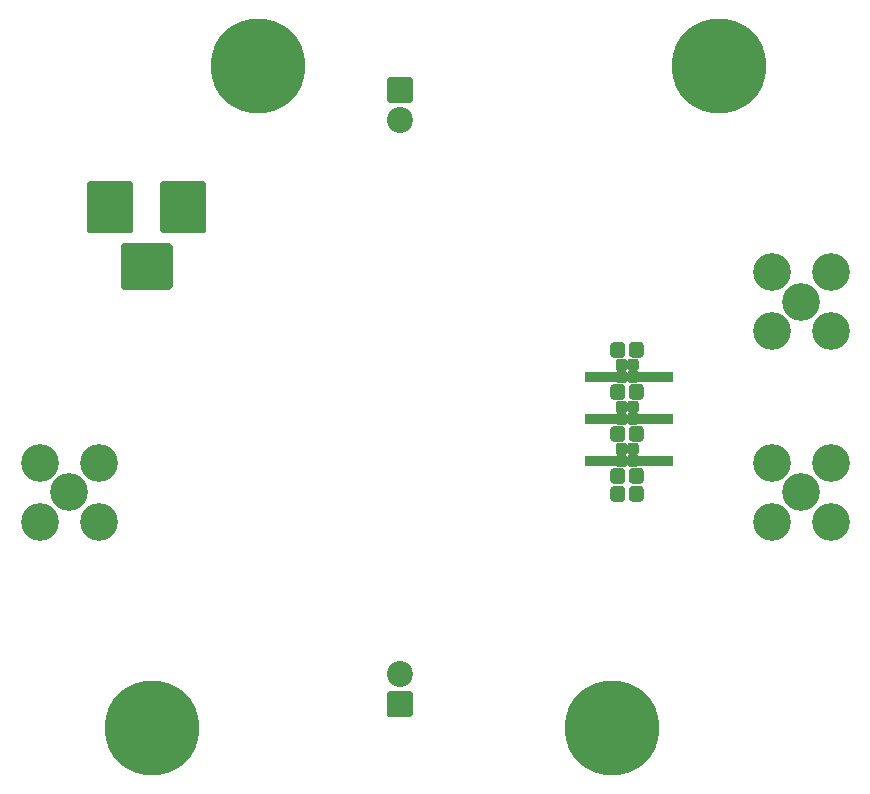
<source format=gbs>
G04 #@! TF.GenerationSoftware,KiCad,Pcbnew,5.1.10-88a1d61d58~90~ubuntu20.04.1*
G04 #@! TF.CreationDate,2021-11-15T23:18:05+00:00*
G04 #@! TF.ProjectId,pulse_stretcher,70756c73-655f-4737-9472-657463686572,rev?*
G04 #@! TF.SameCoordinates,PX5ee3fe0PY6209a80*
G04 #@! TF.FileFunction,Soldermask,Bot*
G04 #@! TF.FilePolarity,Negative*
%FSLAX46Y46*%
G04 Gerber Fmt 4.6, Leading zero omitted, Abs format (unit mm)*
G04 Created by KiCad (PCBNEW 5.1.10-88a1d61d58~90~ubuntu20.04.1) date 2021-11-15 23:18:05*
%MOMM*%
%LPD*%
G01*
G04 APERTURE LIST*
%ADD10C,0.100000*%
%ADD11C,3.200000*%
%ADD12C,2.200000*%
%ADD13C,8.000000*%
G04 APERTURE END LIST*
D10*
G36*
X43502000Y21774000D02*
G01*
X40200000Y21774000D01*
X40200000Y22536000D01*
X43502000Y22536000D01*
X43502000Y21774000D01*
G37*
X43502000Y21774000D02*
X40200000Y21774000D01*
X40200000Y22536000D01*
X43502000Y22536000D01*
X43502000Y21774000D01*
G36*
X47566000Y18218000D02*
G01*
X44010000Y18218000D01*
X44010000Y18980000D01*
X47566000Y18980000D01*
X47566000Y18218000D01*
G37*
X47566000Y18218000D02*
X44010000Y18218000D01*
X44010000Y18980000D01*
X47566000Y18980000D01*
X47566000Y18218000D01*
G36*
X43502000Y18218000D02*
G01*
X40200000Y18218000D01*
X40200000Y18980000D01*
X43502000Y18980000D01*
X43502000Y18218000D01*
G37*
X43502000Y18218000D02*
X40200000Y18218000D01*
X40200000Y18980000D01*
X43502000Y18980000D01*
X43502000Y18218000D01*
G36*
X43502000Y25330000D02*
G01*
X40200000Y25330000D01*
X40200000Y26092000D01*
X43502000Y26092000D01*
X43502000Y25330000D01*
G37*
X43502000Y25330000D02*
X40200000Y25330000D01*
X40200000Y26092000D01*
X43502000Y26092000D01*
X43502000Y25330000D01*
G36*
X47566000Y25330000D02*
G01*
X44010000Y25330000D01*
X44010000Y26092000D01*
X47566000Y26092000D01*
X47566000Y25330000D01*
G37*
X47566000Y25330000D02*
X44010000Y25330000D01*
X44010000Y26092000D01*
X47566000Y26092000D01*
X47566000Y25330000D01*
G36*
X47566000Y21774000D02*
G01*
X44010000Y21774000D01*
X44010000Y22536000D01*
X47566000Y22536000D01*
X47566000Y21774000D01*
G37*
X47566000Y21774000D02*
X44010000Y21774000D01*
X44010000Y22536000D01*
X47566000Y22536000D01*
X47566000Y21774000D01*
D11*
G04 #@! TO.C,J4*
X55988000Y13432000D03*
X55988000Y18432000D03*
X60988000Y18432000D03*
X60988000Y13432000D03*
X58488000Y15932000D03*
G04 #@! TD*
G04 #@! TO.C,J3*
X55988000Y29568000D03*
X55988000Y34568000D03*
X60988000Y34568000D03*
X60988000Y29568000D03*
X58488000Y32068000D03*
G04 #@! TD*
G04 #@! TO.C,J2*
X-988000Y18432000D03*
X-988000Y13432000D03*
X-5988000Y13432000D03*
X-5988000Y18432000D03*
X-3488000Y15932000D03*
G04 #@! TD*
G04 #@! TO.C,C35*
G36*
G01*
X45181000Y28353250D02*
X45181000Y27640750D01*
G75*
G02*
X44862250Y27322000I-318750J0D01*
G01*
X44224750Y27322000D01*
G75*
G02*
X43906000Y27640750I0J318750D01*
G01*
X43906000Y28353250D01*
G75*
G02*
X44224750Y28672000I318750J0D01*
G01*
X44862250Y28672000D01*
G75*
G02*
X45181000Y28353250I0J-318750D01*
G01*
G37*
G36*
G01*
X43606000Y28353250D02*
X43606000Y27640750D01*
G75*
G02*
X43287250Y27322000I-318750J0D01*
G01*
X42649750Y27322000D01*
G75*
G02*
X42331000Y27640750I0J318750D01*
G01*
X42331000Y28353250D01*
G75*
G02*
X42649750Y28672000I318750J0D01*
G01*
X43287250Y28672000D01*
G75*
G02*
X43606000Y28353250I0J-318750D01*
G01*
G37*
G04 #@! TD*
G04 #@! TO.C,C36*
G36*
G01*
X43606000Y16161250D02*
X43606000Y15448750D01*
G75*
G02*
X43287250Y15130000I-318750J0D01*
G01*
X42649750Y15130000D01*
G75*
G02*
X42331000Y15448750I0J318750D01*
G01*
X42331000Y16161250D01*
G75*
G02*
X42649750Y16480000I318750J0D01*
G01*
X43287250Y16480000D01*
G75*
G02*
X43606000Y16161250I0J-318750D01*
G01*
G37*
G36*
G01*
X45181000Y16161250D02*
X45181000Y15448750D01*
G75*
G02*
X44862250Y15130000I-318750J0D01*
G01*
X44224750Y15130000D01*
G75*
G02*
X43906000Y15448750I0J318750D01*
G01*
X43906000Y16161250D01*
G75*
G02*
X44224750Y16480000I318750J0D01*
G01*
X44862250Y16480000D01*
G75*
G02*
X45181000Y16161250I0J-318750D01*
G01*
G37*
G04 #@! TD*
G04 #@! TO.C,C26*
G36*
G01*
X42331000Y24084750D02*
X42331000Y24797250D01*
G75*
G02*
X42649750Y25116000I318750J0D01*
G01*
X43287250Y25116000D01*
G75*
G02*
X43606000Y24797250I0J-318750D01*
G01*
X43606000Y24084750D01*
G75*
G02*
X43287250Y23766000I-318750J0D01*
G01*
X42649750Y23766000D01*
G75*
G02*
X42331000Y24084750I0J318750D01*
G01*
G37*
G36*
G01*
X43906000Y24084750D02*
X43906000Y24797250D01*
G75*
G02*
X44224750Y25116000I318750J0D01*
G01*
X44862250Y25116000D01*
G75*
G02*
X45181000Y24797250I0J-318750D01*
G01*
X45181000Y24084750D01*
G75*
G02*
X44862250Y23766000I-318750J0D01*
G01*
X44224750Y23766000D01*
G75*
G02*
X43906000Y24084750I0J318750D01*
G01*
G37*
G04 #@! TD*
G04 #@! TO.C,C27*
G36*
G01*
X43746000Y26454500D02*
X43746000Y26999500D01*
G75*
G02*
X43993500Y27247000I247500J0D01*
G01*
X44488500Y27247000D01*
G75*
G02*
X44736000Y26999500I0J-247500D01*
G01*
X44736000Y26454500D01*
G75*
G02*
X44488500Y26207000I-247500J0D01*
G01*
X43993500Y26207000D01*
G75*
G02*
X43746000Y26454500I0J247500D01*
G01*
G37*
G36*
G01*
X42776000Y26454500D02*
X42776000Y26999500D01*
G75*
G02*
X43023500Y27247000I247500J0D01*
G01*
X43518500Y27247000D01*
G75*
G02*
X43766000Y26999500I0J-247500D01*
G01*
X43766000Y26454500D01*
G75*
G02*
X43518500Y26207000I-247500J0D01*
G01*
X43023500Y26207000D01*
G75*
G02*
X42776000Y26454500I0J247500D01*
G01*
G37*
G04 #@! TD*
G04 #@! TO.C,C28*
G36*
G01*
X43766000Y25983500D02*
X43766000Y25438500D01*
G75*
G02*
X43518500Y25191000I-247500J0D01*
G01*
X43023500Y25191000D01*
G75*
G02*
X42776000Y25438500I0J247500D01*
G01*
X42776000Y25983500D01*
G75*
G02*
X43023500Y26231000I247500J0D01*
G01*
X43518500Y26231000D01*
G75*
G02*
X43766000Y25983500I0J-247500D01*
G01*
G37*
G36*
G01*
X44736000Y25983500D02*
X44736000Y25438500D01*
G75*
G02*
X44488500Y25191000I-247500J0D01*
G01*
X43993500Y25191000D01*
G75*
G02*
X43746000Y25438500I0J247500D01*
G01*
X43746000Y25983500D01*
G75*
G02*
X43993500Y26231000I247500J0D01*
G01*
X44488500Y26231000D01*
G75*
G02*
X44736000Y25983500I0J-247500D01*
G01*
G37*
G04 #@! TD*
G04 #@! TO.C,C29*
G36*
G01*
X43906000Y20528750D02*
X43906000Y21241250D01*
G75*
G02*
X44224750Y21560000I318750J0D01*
G01*
X44862250Y21560000D01*
G75*
G02*
X45181000Y21241250I0J-318750D01*
G01*
X45181000Y20528750D01*
G75*
G02*
X44862250Y20210000I-318750J0D01*
G01*
X44224750Y20210000D01*
G75*
G02*
X43906000Y20528750I0J318750D01*
G01*
G37*
G36*
G01*
X42331000Y20528750D02*
X42331000Y21241250D01*
G75*
G02*
X42649750Y21560000I318750J0D01*
G01*
X43287250Y21560000D01*
G75*
G02*
X43606000Y21241250I0J-318750D01*
G01*
X43606000Y20528750D01*
G75*
G02*
X43287250Y20210000I-318750J0D01*
G01*
X42649750Y20210000D01*
G75*
G02*
X42331000Y20528750I0J318750D01*
G01*
G37*
G04 #@! TD*
G04 #@! TO.C,C30*
G36*
G01*
X42776000Y22898500D02*
X42776000Y23443500D01*
G75*
G02*
X43023500Y23691000I247500J0D01*
G01*
X43518500Y23691000D01*
G75*
G02*
X43766000Y23443500I0J-247500D01*
G01*
X43766000Y22898500D01*
G75*
G02*
X43518500Y22651000I-247500J0D01*
G01*
X43023500Y22651000D01*
G75*
G02*
X42776000Y22898500I0J247500D01*
G01*
G37*
G36*
G01*
X43746000Y22898500D02*
X43746000Y23443500D01*
G75*
G02*
X43993500Y23691000I247500J0D01*
G01*
X44488500Y23691000D01*
G75*
G02*
X44736000Y23443500I0J-247500D01*
G01*
X44736000Y22898500D01*
G75*
G02*
X44488500Y22651000I-247500J0D01*
G01*
X43993500Y22651000D01*
G75*
G02*
X43746000Y22898500I0J247500D01*
G01*
G37*
G04 #@! TD*
G04 #@! TO.C,C31*
G36*
G01*
X44736000Y22427500D02*
X44736000Y21882500D01*
G75*
G02*
X44488500Y21635000I-247500J0D01*
G01*
X43993500Y21635000D01*
G75*
G02*
X43746000Y21882500I0J247500D01*
G01*
X43746000Y22427500D01*
G75*
G02*
X43993500Y22675000I247500J0D01*
G01*
X44488500Y22675000D01*
G75*
G02*
X44736000Y22427500I0J-247500D01*
G01*
G37*
G36*
G01*
X43766000Y22427500D02*
X43766000Y21882500D01*
G75*
G02*
X43518500Y21635000I-247500J0D01*
G01*
X43023500Y21635000D01*
G75*
G02*
X42776000Y21882500I0J247500D01*
G01*
X42776000Y22427500D01*
G75*
G02*
X43023500Y22675000I247500J0D01*
G01*
X43518500Y22675000D01*
G75*
G02*
X43766000Y22427500I0J-247500D01*
G01*
G37*
G04 #@! TD*
G04 #@! TO.C,C32*
G36*
G01*
X42331000Y16972750D02*
X42331000Y17685250D01*
G75*
G02*
X42649750Y18004000I318750J0D01*
G01*
X43287250Y18004000D01*
G75*
G02*
X43606000Y17685250I0J-318750D01*
G01*
X43606000Y16972750D01*
G75*
G02*
X43287250Y16654000I-318750J0D01*
G01*
X42649750Y16654000D01*
G75*
G02*
X42331000Y16972750I0J318750D01*
G01*
G37*
G36*
G01*
X43906000Y16972750D02*
X43906000Y17685250D01*
G75*
G02*
X44224750Y18004000I318750J0D01*
G01*
X44862250Y18004000D01*
G75*
G02*
X45181000Y17685250I0J-318750D01*
G01*
X45181000Y16972750D01*
G75*
G02*
X44862250Y16654000I-318750J0D01*
G01*
X44224750Y16654000D01*
G75*
G02*
X43906000Y16972750I0J318750D01*
G01*
G37*
G04 #@! TD*
G04 #@! TO.C,C33*
G36*
G01*
X42776000Y19342500D02*
X42776000Y19887500D01*
G75*
G02*
X43023500Y20135000I247500J0D01*
G01*
X43518500Y20135000D01*
G75*
G02*
X43766000Y19887500I0J-247500D01*
G01*
X43766000Y19342500D01*
G75*
G02*
X43518500Y19095000I-247500J0D01*
G01*
X43023500Y19095000D01*
G75*
G02*
X42776000Y19342500I0J247500D01*
G01*
G37*
G36*
G01*
X43746000Y19342500D02*
X43746000Y19887500D01*
G75*
G02*
X43993500Y20135000I247500J0D01*
G01*
X44488500Y20135000D01*
G75*
G02*
X44736000Y19887500I0J-247500D01*
G01*
X44736000Y19342500D01*
G75*
G02*
X44488500Y19095000I-247500J0D01*
G01*
X43993500Y19095000D01*
G75*
G02*
X43746000Y19342500I0J247500D01*
G01*
G37*
G04 #@! TD*
G04 #@! TO.C,C34*
G36*
G01*
X44736000Y18871500D02*
X44736000Y18326500D01*
G75*
G02*
X44488500Y18079000I-247500J0D01*
G01*
X43993500Y18079000D01*
G75*
G02*
X43746000Y18326500I0J247500D01*
G01*
X43746000Y18871500D01*
G75*
G02*
X43993500Y19119000I247500J0D01*
G01*
X44488500Y19119000D01*
G75*
G02*
X44736000Y18871500I0J-247500D01*
G01*
G37*
G36*
G01*
X43766000Y18871500D02*
X43766000Y18326500D01*
G75*
G02*
X43518500Y18079000I-247500J0D01*
G01*
X43023500Y18079000D01*
G75*
G02*
X42776000Y18326500I0J247500D01*
G01*
X42776000Y18871500D01*
G75*
G02*
X43023500Y19119000I247500J0D01*
G01*
X43518500Y19119000D01*
G75*
G02*
X43766000Y18871500I0J-247500D01*
G01*
G37*
G04 #@! TD*
G04 #@! TO.C,D1*
G36*
G01*
X23600000Y51100000D02*
X25400000Y51100000D01*
G75*
G02*
X25600000Y50900000I0J-200000D01*
G01*
X25600000Y49100000D01*
G75*
G02*
X25400000Y48900000I-200000J0D01*
G01*
X23600000Y48900000D01*
G75*
G02*
X23400000Y49100000I0J200000D01*
G01*
X23400000Y50900000D01*
G75*
G02*
X23600000Y51100000I200000J0D01*
G01*
G37*
D12*
X24500000Y47460000D03*
G04 #@! TD*
D13*
G04 #@! TO.C,H1*
X12500000Y52000000D03*
G04 #@! TD*
G04 #@! TO.C,H2*
X51500000Y52000000D03*
G04 #@! TD*
G04 #@! TO.C,H3*
X3500000Y-4000000D03*
G04 #@! TD*
G04 #@! TO.C,H4*
X42500000Y-4000000D03*
G04 #@! TD*
G04 #@! TO.C,J1*
G36*
G01*
X4214000Y38062000D02*
X4214000Y42062000D01*
G75*
G02*
X4414000Y42262000I200000J0D01*
G01*
X7914000Y42262000D01*
G75*
G02*
X8114000Y42062000I0J-200000D01*
G01*
X8114000Y38062000D01*
G75*
G02*
X7914000Y37862000I-200000J0D01*
G01*
X4414000Y37862000D01*
G75*
G02*
X4214000Y38062000I0J200000D01*
G01*
G37*
G36*
G01*
X-1986000Y38062000D02*
X-1986000Y42062000D01*
G75*
G02*
X-1786000Y42262000I200000J0D01*
G01*
X1714000Y42262000D01*
G75*
G02*
X1914000Y42062000I0J-200000D01*
G01*
X1914000Y38062000D01*
G75*
G02*
X1714000Y37862000I-200000J0D01*
G01*
X-1786000Y37862000D01*
G75*
G02*
X-1986000Y38062000I0J200000D01*
G01*
G37*
G36*
G01*
X864000Y33312000D02*
X864000Y36812000D01*
G75*
G02*
X1064000Y37012000I200000J0D01*
G01*
X5064000Y37012000D01*
G75*
G02*
X5264000Y36812000I0J-200000D01*
G01*
X5264000Y33312000D01*
G75*
G02*
X5064000Y33112000I-200000J0D01*
G01*
X1064000Y33112000D01*
G75*
G02*
X864000Y33312000I0J200000D01*
G01*
G37*
G04 #@! TD*
G04 #@! TO.C,D2*
G36*
G01*
X25400000Y-3100000D02*
X23600000Y-3100000D01*
G75*
G02*
X23400000Y-2900000I0J200000D01*
G01*
X23400000Y-1100000D01*
G75*
G02*
X23600000Y-900000I200000J0D01*
G01*
X25400000Y-900000D01*
G75*
G02*
X25600000Y-1100000I0J-200000D01*
G01*
X25600000Y-2900000D01*
G75*
G02*
X25400000Y-3100000I-200000J0D01*
G01*
G37*
D12*
X24500000Y540000D03*
G04 #@! TD*
M02*

</source>
